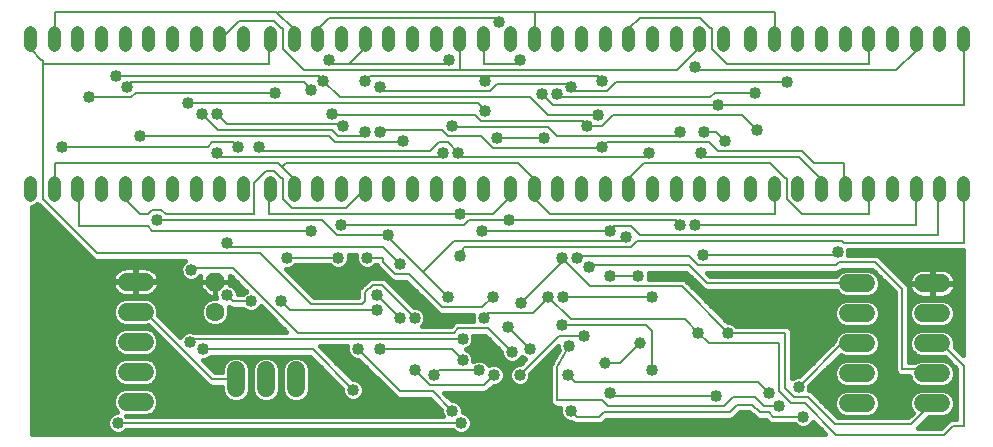
<source format=gbl>
G75*
G70*
%OFA0B0*%
%FSLAX24Y24*%
%IPPOS*%
%LPD*%
%AMOC8*
5,1,8,0,0,1.08239X$1,22.5*
%
%ADD10C,0.0436*%
%ADD11OC8,0.0630*%
%ADD12C,0.0630*%
%ADD13C,0.0600*%
%ADD14C,0.0160*%
%ADD15C,0.0396*%
%ADD16C,0.0080*%
%ADD17C,0.0400*%
D10*
X000933Y008611D02*
X000933Y009048D01*
X001720Y009048D02*
X001720Y008611D01*
X002508Y008611D02*
X002508Y009048D01*
X003295Y009048D02*
X003295Y008611D01*
X004083Y008611D02*
X004083Y009048D01*
X004870Y009048D02*
X004870Y008611D01*
X005657Y008611D02*
X005657Y009048D01*
X006445Y009048D02*
X006445Y008611D01*
X007232Y008611D02*
X007232Y009048D01*
X008020Y009048D02*
X008020Y008611D01*
X008933Y008611D02*
X008933Y009048D01*
X009720Y009048D02*
X009720Y008611D01*
X010508Y008611D02*
X010508Y009048D01*
X011295Y009048D02*
X011295Y008611D01*
X012083Y008611D02*
X012083Y009048D01*
X012870Y009048D02*
X012870Y008611D01*
X013657Y008611D02*
X013657Y009048D01*
X014445Y009048D02*
X014445Y008611D01*
X015232Y008611D02*
X015232Y009048D01*
X016020Y009048D02*
X016020Y008611D01*
X016933Y008611D02*
X016933Y009048D01*
X017720Y009048D02*
X017720Y008611D01*
X018508Y008611D02*
X018508Y009048D01*
X019295Y009048D02*
X019295Y008611D01*
X020083Y008611D02*
X020083Y009048D01*
X020870Y009048D02*
X020870Y008611D01*
X021657Y008611D02*
X021657Y009048D01*
X022445Y009048D02*
X022445Y008611D01*
X023232Y008611D02*
X023232Y009048D01*
X024020Y009048D02*
X024020Y008611D01*
X024933Y008611D02*
X024933Y009048D01*
X025720Y009048D02*
X025720Y008611D01*
X026508Y008611D02*
X026508Y009048D01*
X027295Y009048D02*
X027295Y008611D01*
X028083Y008611D02*
X028083Y009048D01*
X028870Y009048D02*
X028870Y008611D01*
X029657Y008611D02*
X029657Y009048D01*
X030445Y009048D02*
X030445Y008611D01*
X031232Y008611D02*
X031232Y009048D01*
X032020Y009048D02*
X032020Y008611D01*
X032020Y013611D02*
X032020Y014048D01*
X031232Y014048D02*
X031232Y013611D01*
X030445Y013611D02*
X030445Y014048D01*
X029657Y014048D02*
X029657Y013611D01*
X028870Y013611D02*
X028870Y014048D01*
X028083Y014048D02*
X028083Y013611D01*
X027295Y013611D02*
X027295Y014048D01*
X026508Y014048D02*
X026508Y013611D01*
X025720Y013611D02*
X025720Y014048D01*
X024933Y014048D02*
X024933Y013611D01*
X024020Y013611D02*
X024020Y014048D01*
X023232Y014048D02*
X023232Y013611D01*
X022445Y013611D02*
X022445Y014048D01*
X021657Y014048D02*
X021657Y013611D01*
X020870Y013611D02*
X020870Y014048D01*
X020083Y014048D02*
X020083Y013611D01*
X019295Y013611D02*
X019295Y014048D01*
X018508Y014048D02*
X018508Y013611D01*
X017720Y013611D02*
X017720Y014048D01*
X016933Y014048D02*
X016933Y013611D01*
X016020Y013611D02*
X016020Y014048D01*
X015232Y014048D02*
X015232Y013611D01*
X014445Y013611D02*
X014445Y014048D01*
X013657Y014048D02*
X013657Y013611D01*
X012870Y013611D02*
X012870Y014048D01*
X012083Y014048D02*
X012083Y013611D01*
X011295Y013611D02*
X011295Y014048D01*
X010508Y014048D02*
X010508Y013611D01*
X009720Y013611D02*
X009720Y014048D01*
X008933Y014048D02*
X008933Y013611D01*
X008020Y013611D02*
X008020Y014048D01*
X007232Y014048D02*
X007232Y013611D01*
X006445Y013611D02*
X006445Y014048D01*
X005657Y014048D02*
X005657Y013611D01*
X004870Y013611D02*
X004870Y014048D01*
X004083Y014048D02*
X004083Y013611D01*
X003295Y013611D02*
X003295Y014048D01*
X002508Y014048D02*
X002508Y013611D01*
X001720Y013611D02*
X001720Y014048D01*
X000933Y014048D02*
X000933Y013611D01*
D11*
X007100Y005730D03*
D12*
X007100Y004730D03*
D13*
X004750Y004730D02*
X004150Y004730D01*
X004150Y003730D02*
X004750Y003730D01*
X004750Y002730D02*
X004150Y002730D01*
X004150Y001730D02*
X004750Y001730D01*
X007800Y002180D02*
X007800Y002780D01*
X008800Y002780D02*
X008800Y002180D01*
X009800Y002180D02*
X009800Y002780D01*
X004750Y005730D02*
X004150Y005730D01*
X028200Y005680D02*
X028800Y005680D01*
X030700Y005680D02*
X031300Y005680D01*
X031300Y004680D02*
X030700Y004680D01*
X028800Y004680D02*
X028200Y004680D01*
X028200Y003680D02*
X028800Y003680D01*
X030700Y003680D02*
X031300Y003680D01*
X031300Y002680D02*
X030700Y002680D01*
X028800Y002680D02*
X028200Y002680D01*
X028200Y001680D02*
X028800Y001680D01*
X030700Y001680D02*
X031300Y001680D01*
D14*
X000980Y000660D02*
X000980Y008233D01*
X001008Y008233D01*
X001147Y008291D01*
X001173Y008317D01*
X001214Y008277D01*
X003014Y006477D01*
X003102Y006440D01*
X006108Y006440D01*
X006096Y006435D01*
X005995Y006334D01*
X005940Y006202D01*
X005940Y006058D01*
X005995Y005926D01*
X006096Y005825D01*
X006228Y005770D01*
X006372Y005770D01*
X006504Y005825D01*
X006605Y005926D01*
X006605Y005730D01*
X007100Y005730D01*
X007595Y005730D01*
X007595Y005935D01*
X007590Y005940D01*
X007601Y005940D01*
X008138Y005403D01*
X008096Y005385D01*
X008031Y005320D01*
X007860Y005320D01*
X007860Y005352D01*
X007805Y005484D01*
X007704Y005585D01*
X007595Y005630D01*
X007595Y005730D01*
X007100Y005730D01*
X007100Y005730D01*
X007100Y005235D01*
X007140Y005235D01*
X007140Y005208D01*
X007141Y005205D01*
X007006Y005205D01*
X006831Y005133D01*
X006697Y004999D01*
X006625Y004824D01*
X006625Y004636D01*
X006697Y004461D01*
X006831Y004327D01*
X007006Y004255D01*
X007194Y004255D01*
X007369Y004327D01*
X007503Y004461D01*
X007575Y004636D01*
X007575Y004824D01*
X007546Y004895D01*
X007564Y004877D01*
X007652Y004840D01*
X008031Y004840D01*
X008096Y004775D01*
X008228Y004720D01*
X008372Y004720D01*
X008504Y004775D01*
X008605Y004876D01*
X008623Y004918D01*
X009471Y004070D01*
X006370Y004070D01*
X006322Y004090D01*
X006178Y004090D01*
X006046Y004035D01*
X005945Y003934D01*
X005927Y003892D01*
X005201Y004618D01*
X005210Y004638D01*
X005210Y004821D01*
X005140Y004991D01*
X005011Y005120D01*
X004841Y005190D01*
X004058Y005190D01*
X003889Y005120D01*
X003760Y004991D01*
X003690Y004821D01*
X003690Y004638D01*
X003760Y004469D01*
X003889Y004340D01*
X004058Y004270D01*
X004841Y004270D01*
X004862Y004279D01*
X006864Y002277D01*
X006952Y002240D01*
X007340Y002240D01*
X007340Y002088D01*
X007410Y001919D01*
X007539Y001790D01*
X007708Y001720D01*
X007891Y001720D01*
X008061Y001790D01*
X008190Y001919D01*
X008260Y002088D01*
X008260Y002871D01*
X008190Y003041D01*
X008061Y003170D01*
X007891Y003240D01*
X007708Y003240D01*
X007539Y003170D01*
X007410Y003041D01*
X007340Y002871D01*
X007340Y002720D01*
X007099Y002720D01*
X006699Y003120D01*
X006772Y003120D01*
X006904Y003175D01*
X006969Y003240D01*
X010251Y003240D01*
X011340Y002151D01*
X011340Y002058D01*
X011395Y001926D01*
X011496Y001825D01*
X011628Y001770D01*
X011772Y001770D01*
X011904Y001825D01*
X012005Y001926D01*
X012060Y002058D01*
X012060Y002202D01*
X012005Y002334D01*
X011904Y002435D01*
X011772Y002490D01*
X011679Y002490D01*
X010579Y003590D01*
X011506Y003590D01*
X011490Y003552D01*
X011490Y003408D01*
X011545Y003276D01*
X011646Y003175D01*
X011778Y003120D01*
X011871Y003120D01*
X013114Y001877D01*
X013202Y001840D01*
X013298Y001840D01*
X014251Y001840D01*
X014640Y001451D01*
X014640Y001358D01*
X014677Y001270D01*
X004119Y001270D01*
X004841Y001270D01*
X005011Y001340D01*
X005140Y001469D01*
X005210Y001638D01*
X005210Y001821D01*
X005140Y001991D01*
X005011Y002120D01*
X004841Y002190D01*
X004058Y002190D01*
X003889Y002120D01*
X003760Y001991D01*
X003690Y001821D01*
X003690Y001638D01*
X003760Y001469D01*
X003839Y001390D01*
X003778Y001390D01*
X003646Y001335D01*
X003545Y001234D01*
X003490Y001102D01*
X003490Y000958D01*
X003545Y000826D01*
X003646Y000725D01*
X003778Y000670D01*
X003922Y000670D01*
X004054Y000725D01*
X004119Y000790D01*
X015031Y000790D01*
X015096Y000725D01*
X015228Y000670D01*
X015372Y000670D01*
X015504Y000725D01*
X015605Y000826D01*
X015660Y000958D01*
X015660Y001102D01*
X015605Y001234D01*
X015504Y001335D01*
X015372Y001390D01*
X015360Y001390D01*
X015360Y001502D01*
X015305Y001634D01*
X015204Y001735D01*
X015072Y001790D01*
X014979Y001790D01*
X014729Y002040D01*
X016098Y002040D01*
X016186Y002077D01*
X016379Y002270D01*
X016472Y002270D01*
X016604Y002325D01*
X016705Y002426D01*
X016760Y002558D01*
X016760Y002702D01*
X016705Y002834D01*
X016604Y002935D01*
X016472Y002990D01*
X016328Y002990D01*
X016221Y002946D01*
X016205Y002984D01*
X016104Y003085D01*
X015972Y003140D01*
X015828Y003140D01*
X015710Y003091D01*
X015710Y003202D01*
X015655Y003334D01*
X015554Y003435D01*
X015446Y003480D01*
X015554Y003525D01*
X015655Y003626D01*
X015710Y003758D01*
X015710Y003902D01*
X015694Y003940D01*
X016101Y003940D01*
X016640Y003401D01*
X016640Y003308D01*
X016695Y003176D01*
X016796Y003075D01*
X016928Y003020D01*
X017072Y003020D01*
X017204Y003075D01*
X017305Y003176D01*
X017331Y003239D01*
X017396Y003175D01*
X017438Y003157D01*
X017271Y002990D01*
X017178Y002990D01*
X017046Y002935D01*
X016945Y002834D01*
X016890Y002702D01*
X016890Y002558D01*
X016945Y002426D01*
X017046Y002325D01*
X017178Y002270D01*
X017322Y002270D01*
X017454Y002325D01*
X017555Y002426D01*
X017610Y002558D01*
X017610Y002651D01*
X018540Y003581D01*
X018540Y003508D01*
X018558Y003465D01*
X018308Y003027D01*
X018297Y003016D01*
X018284Y002986D01*
X018268Y002958D01*
X018266Y002942D01*
X018260Y002928D01*
X018260Y002895D01*
X018256Y002863D01*
X018260Y002848D01*
X018260Y001732D01*
X018297Y001644D01*
X018364Y001577D01*
X018452Y001540D01*
X018606Y001540D01*
X018590Y001502D01*
X018590Y001358D01*
X018645Y001226D01*
X018746Y001125D01*
X018878Y001070D01*
X018971Y001070D01*
X019014Y001027D01*
X019102Y000990D01*
X019948Y000990D01*
X020036Y001027D01*
X020103Y001094D01*
X020149Y001140D01*
X024298Y001140D01*
X024386Y001177D01*
X024453Y001244D01*
X024599Y001390D01*
X024901Y001390D01*
X025114Y001177D01*
X025202Y001140D01*
X025451Y001140D01*
X025564Y001027D01*
X025652Y000990D01*
X026431Y000990D01*
X026496Y000925D01*
X026628Y000870D01*
X026772Y000870D01*
X026904Y000925D01*
X027005Y001026D01*
X027023Y001068D01*
X027431Y000660D01*
X000980Y000660D01*
X000980Y000814D02*
X003557Y000814D01*
X003490Y000973D02*
X000980Y000973D01*
X000980Y001131D02*
X003502Y001131D01*
X003600Y001290D02*
X000980Y001290D01*
X000980Y001448D02*
X003781Y001448D01*
X003703Y001607D02*
X000980Y001607D01*
X000980Y001765D02*
X003690Y001765D01*
X003732Y001924D02*
X000980Y001924D01*
X000980Y002082D02*
X003851Y002082D01*
X003889Y002340D02*
X004058Y002270D01*
X004841Y002270D01*
X005011Y002340D01*
X005140Y002469D01*
X005210Y002638D01*
X005210Y002821D01*
X005140Y002991D01*
X005011Y003120D01*
X004841Y003190D01*
X004058Y003190D01*
X003889Y003120D01*
X003760Y002991D01*
X003690Y002821D01*
X003690Y002638D01*
X003760Y002469D01*
X003889Y002340D01*
X003830Y002399D02*
X000980Y002399D01*
X000980Y002241D02*
X006951Y002241D01*
X006742Y002399D02*
X005070Y002399D01*
X005176Y002558D02*
X006583Y002558D01*
X006425Y002716D02*
X005210Y002716D01*
X005188Y002875D02*
X006266Y002875D01*
X006108Y003033D02*
X005098Y003033D01*
X005011Y003340D02*
X004841Y003270D01*
X004058Y003270D01*
X003889Y003340D01*
X003760Y003469D01*
X003690Y003638D01*
X003690Y003821D01*
X003760Y003991D01*
X003889Y004120D01*
X004058Y004190D01*
X004841Y004190D01*
X005011Y004120D01*
X005140Y003991D01*
X005210Y003821D01*
X005210Y003638D01*
X005140Y003469D01*
X005011Y003340D01*
X005021Y003350D02*
X005791Y003350D01*
X005949Y003192D02*
X000980Y003192D01*
X000980Y003350D02*
X003879Y003350D01*
X003744Y003509D02*
X000980Y003509D01*
X000980Y003667D02*
X003690Y003667D01*
X003692Y003826D02*
X000980Y003826D01*
X000980Y003984D02*
X003757Y003984D01*
X003944Y004143D02*
X000980Y004143D01*
X000980Y004301D02*
X003984Y004301D01*
X003770Y004460D02*
X000980Y004460D01*
X000980Y004618D02*
X003698Y004618D01*
X003690Y004777D02*
X000980Y004777D01*
X000980Y004935D02*
X003737Y004935D01*
X003863Y005094D02*
X000980Y005094D01*
X000980Y005252D02*
X004100Y005252D01*
X004112Y005250D02*
X004430Y005250D01*
X004430Y005710D01*
X004470Y005710D01*
X004470Y005750D01*
X004430Y005750D01*
X004430Y006210D01*
X004112Y006210D01*
X004038Y006198D01*
X003966Y006175D01*
X003898Y006141D01*
X003837Y006096D01*
X003784Y006043D01*
X003739Y005982D01*
X003705Y005914D01*
X003682Y005842D01*
X003670Y005768D01*
X003670Y005750D01*
X004430Y005750D01*
X004430Y005710D01*
X003670Y005710D01*
X003670Y005692D01*
X003682Y005618D01*
X003705Y005546D01*
X003739Y005478D01*
X003784Y005417D01*
X003837Y005364D01*
X003898Y005319D01*
X003966Y005285D01*
X004038Y005262D01*
X004112Y005250D01*
X004430Y005252D02*
X004470Y005252D01*
X004470Y005250D02*
X004788Y005250D01*
X004862Y005262D01*
X004934Y005285D01*
X005002Y005319D01*
X005063Y005364D01*
X005116Y005417D01*
X005161Y005478D01*
X005195Y005546D01*
X005218Y005618D01*
X005230Y005692D01*
X005230Y005710D01*
X004470Y005710D01*
X004470Y005250D01*
X004470Y005411D02*
X004430Y005411D01*
X004430Y005569D02*
X004470Y005569D01*
X004470Y005728D02*
X006605Y005728D01*
X006605Y005730D02*
X006605Y005525D01*
X006895Y005235D01*
X007100Y005235D01*
X007100Y005730D01*
X007100Y005730D01*
X007100Y005730D01*
X006605Y005730D01*
X006605Y005886D02*
X006565Y005886D01*
X007100Y005728D02*
X007100Y005728D01*
X007100Y005569D02*
X007100Y005569D01*
X007100Y005411D02*
X007100Y005411D01*
X007100Y005252D02*
X007100Y005252D01*
X006878Y005252D02*
X004800Y005252D01*
X005037Y005094D02*
X006792Y005094D01*
X006671Y004935D02*
X005163Y004935D01*
X005210Y004777D02*
X006625Y004777D01*
X006632Y004618D02*
X005202Y004618D01*
X005360Y004460D02*
X006699Y004460D01*
X006894Y004301D02*
X005518Y004301D01*
X005677Y004143D02*
X009398Y004143D01*
X009240Y004301D02*
X007306Y004301D01*
X007501Y004460D02*
X009081Y004460D01*
X008923Y004618D02*
X007568Y004618D01*
X007575Y004777D02*
X008094Y004777D01*
X008506Y004777D02*
X008764Y004777D01*
X008130Y005411D02*
X007836Y005411D01*
X007720Y005569D02*
X007972Y005569D01*
X007813Y005728D02*
X007595Y005728D01*
X007595Y005886D02*
X007655Y005886D01*
X006719Y005411D02*
X005109Y005411D01*
X005202Y005569D02*
X006605Y005569D01*
X006035Y005886D02*
X005204Y005886D01*
X005195Y005914D02*
X005161Y005982D01*
X005116Y006043D01*
X005063Y006096D01*
X005002Y006141D01*
X004934Y006175D01*
X004862Y006198D01*
X004788Y006210D01*
X004470Y006210D01*
X004470Y005750D01*
X005230Y005750D01*
X005230Y005768D01*
X005218Y005842D01*
X005195Y005914D01*
X005114Y006045D02*
X005946Y006045D01*
X005941Y006203D02*
X004832Y006203D01*
X004470Y006203D02*
X004430Y006203D01*
X004430Y006045D02*
X004470Y006045D01*
X004470Y005886D02*
X004430Y005886D01*
X004430Y005728D02*
X000980Y005728D01*
X000980Y005886D02*
X003696Y005886D01*
X003786Y006045D02*
X000980Y006045D01*
X000980Y006203D02*
X004068Y006203D01*
X002971Y006520D02*
X000980Y006520D01*
X000980Y006362D02*
X006022Y006362D01*
X003791Y005411D02*
X000980Y005411D01*
X000980Y005569D02*
X003698Y005569D01*
X002812Y006679D02*
X000980Y006679D01*
X000980Y006837D02*
X002654Y006837D01*
X002495Y006996D02*
X000980Y006996D01*
X000980Y007154D02*
X002337Y007154D01*
X002178Y007313D02*
X000980Y007313D01*
X000980Y007471D02*
X002020Y007471D01*
X001861Y007630D02*
X000980Y007630D01*
X000980Y007788D02*
X001703Y007788D01*
X001544Y007947D02*
X000980Y007947D01*
X000980Y008105D02*
X001386Y008105D01*
X001227Y008264D02*
X001081Y008264D01*
X009449Y006170D02*
X009572Y006170D01*
X009704Y006225D01*
X009769Y006290D01*
X010931Y006290D01*
X010996Y006225D01*
X011128Y006170D01*
X011272Y006170D01*
X011404Y006225D01*
X011505Y006326D01*
X011560Y006458D01*
X011560Y006602D01*
X011544Y006640D01*
X011806Y006640D01*
X011790Y006602D01*
X011790Y006458D01*
X011845Y006326D01*
X011946Y006225D01*
X012078Y006170D01*
X012222Y006170D01*
X012354Y006225D01*
X012419Y006290D01*
X012478Y006290D01*
X012497Y006244D01*
X012897Y005844D01*
X012964Y005777D01*
X013052Y005740D01*
X013451Y005740D01*
X014447Y004744D01*
X014514Y004677D01*
X014602Y004640D01*
X015706Y004640D01*
X015690Y004602D01*
X015690Y004458D01*
X015706Y004420D01*
X015152Y004420D01*
X015064Y004383D01*
X014997Y004316D01*
X014951Y004270D01*
X013999Y004270D01*
X014055Y004326D01*
X014110Y004458D01*
X014110Y004602D01*
X014055Y004734D01*
X013954Y004835D01*
X013822Y004890D01*
X013729Y004890D01*
X012853Y005766D01*
X012786Y005833D01*
X012698Y005870D01*
X012302Y005870D01*
X012214Y005833D01*
X012147Y005766D01*
X011897Y005516D01*
X011860Y005428D01*
X011860Y005220D01*
X010399Y005220D01*
X009449Y006170D01*
X009575Y006045D02*
X012696Y006045D01*
X012538Y006203D02*
X012301Y006203D01*
X011999Y006203D02*
X011351Y006203D01*
X011520Y006362D02*
X011830Y006362D01*
X011790Y006520D02*
X011560Y006520D01*
X011049Y006203D02*
X009651Y006203D01*
X009733Y005886D02*
X012855Y005886D01*
X012892Y005728D02*
X013463Y005728D01*
X013622Y005569D02*
X013050Y005569D01*
X013209Y005411D02*
X013780Y005411D01*
X013939Y005252D02*
X013367Y005252D01*
X013526Y005094D02*
X014097Y005094D01*
X014256Y004935D02*
X013684Y004935D01*
X014013Y004777D02*
X014414Y004777D01*
X014103Y004618D02*
X015697Y004618D01*
X015690Y004460D02*
X014110Y004460D01*
X014030Y004301D02*
X014982Y004301D01*
X015710Y003826D02*
X016215Y003826D01*
X016374Y003667D02*
X015672Y003667D01*
X015515Y003509D02*
X016532Y003509D01*
X016640Y003350D02*
X015639Y003350D01*
X015710Y003192D02*
X016688Y003192D01*
X016897Y003033D02*
X016156Y003033D01*
X016665Y002875D02*
X016985Y002875D01*
X016896Y002716D02*
X016754Y002716D01*
X016760Y002558D02*
X016890Y002558D01*
X016972Y002399D02*
X016678Y002399D01*
X016350Y002241D02*
X018260Y002241D01*
X018260Y002399D02*
X017528Y002399D01*
X017610Y002558D02*
X018260Y002558D01*
X018260Y002716D02*
X017675Y002716D01*
X017834Y002875D02*
X018257Y002875D01*
X018311Y003033D02*
X017992Y003033D01*
X018151Y003192D02*
X018402Y003192D01*
X018492Y003350D02*
X018309Y003350D01*
X018468Y003509D02*
X018540Y003509D01*
X017379Y003192D02*
X017312Y003192D01*
X017314Y003033D02*
X017103Y003033D01*
X016191Y002082D02*
X018260Y002082D01*
X018260Y001924D02*
X014846Y001924D01*
X015132Y001765D02*
X018260Y001765D01*
X018334Y001607D02*
X015317Y001607D01*
X015360Y001448D02*
X018590Y001448D01*
X018619Y001290D02*
X015550Y001290D01*
X015648Y001131D02*
X018740Y001131D01*
X020140Y001131D02*
X025460Y001131D01*
X025001Y001290D02*
X024499Y001290D01*
X024453Y001244D02*
X024453Y001244D01*
X026448Y000973D02*
X015660Y000973D01*
X015593Y000814D02*
X027277Y000814D01*
X027118Y000973D02*
X026952Y000973D01*
X027621Y001448D02*
X027798Y001448D01*
X027810Y001419D02*
X027939Y001290D01*
X028108Y001220D01*
X028891Y001220D01*
X029061Y001290D01*
X029190Y001419D01*
X029260Y001588D01*
X029260Y001771D01*
X029190Y001941D01*
X029061Y002070D01*
X028891Y002140D01*
X028108Y002140D01*
X027939Y002070D01*
X027810Y001941D01*
X027740Y001771D01*
X027740Y001588D01*
X027810Y001419D01*
X027780Y001290D02*
X027941Y001290D01*
X027849Y001220D02*
X027053Y002016D01*
X026986Y002083D01*
X026898Y002120D01*
X026894Y002120D01*
X026910Y002158D01*
X026910Y002251D01*
X027947Y003287D01*
X028108Y003220D01*
X028891Y003220D01*
X029061Y003290D01*
X029190Y003419D01*
X029260Y003588D01*
X029260Y003771D01*
X029190Y003941D01*
X029061Y004070D01*
X028891Y004140D01*
X028108Y004140D01*
X027939Y004070D01*
X027810Y003941D01*
X027740Y003771D01*
X027740Y003759D01*
X026571Y002590D01*
X026478Y002590D01*
X026346Y002535D01*
X026340Y002529D01*
X026340Y004078D01*
X026303Y004166D01*
X026236Y004233D01*
X026148Y004270D01*
X024469Y004270D01*
X024404Y004335D01*
X024272Y004390D01*
X024179Y004390D01*
X022786Y005783D01*
X022698Y005820D01*
X021544Y005820D01*
X021560Y005858D01*
X021560Y006002D01*
X021544Y006040D01*
X022801Y006040D01*
X023297Y005544D01*
X023364Y005477D01*
X023452Y005440D01*
X027802Y005440D01*
X027810Y005419D01*
X027939Y005290D01*
X028108Y005220D01*
X028891Y005220D01*
X029061Y005290D01*
X029190Y005419D01*
X029260Y005588D01*
X029260Y005771D01*
X029190Y005941D01*
X029061Y006070D01*
X028891Y006140D01*
X028108Y006140D01*
X027939Y006070D01*
X027810Y005941D01*
X027802Y005920D01*
X023599Y005920D01*
X023479Y006040D01*
X027848Y006040D01*
X027936Y006077D01*
X027999Y006140D01*
X029001Y006140D01*
X029760Y005381D01*
X029760Y002782D01*
X029797Y002694D01*
X029864Y002627D01*
X029952Y002590D01*
X030240Y002590D01*
X030240Y002588D01*
X030310Y002419D01*
X030439Y002290D01*
X030608Y002220D01*
X031391Y002220D01*
X031561Y002290D01*
X031690Y002419D01*
X031760Y002588D01*
X031760Y002771D01*
X031690Y002941D01*
X031561Y003070D01*
X031391Y003140D01*
X030608Y003140D01*
X030440Y003070D01*
X030240Y003070D01*
X030240Y005528D01*
X030203Y005616D01*
X030136Y005683D01*
X029236Y006583D01*
X029148Y006620D01*
X028194Y006620D01*
X028210Y006658D01*
X028210Y006790D01*
X032040Y006790D01*
X032040Y003279D01*
X031751Y003568D01*
X031760Y003588D01*
X031760Y003771D01*
X031690Y003941D01*
X031561Y004070D01*
X031391Y004140D01*
X030608Y004140D01*
X030439Y004070D01*
X030310Y003941D01*
X030240Y003771D01*
X030240Y003588D01*
X030310Y003419D01*
X030439Y003290D01*
X030608Y003220D01*
X031391Y003220D01*
X031412Y003229D01*
X031810Y002831D01*
X031810Y001170D01*
X031652Y001170D01*
X031564Y001133D01*
X031301Y000870D01*
X030529Y000870D01*
X030879Y001220D01*
X031391Y001220D01*
X031561Y001290D01*
X031690Y001419D01*
X031760Y001588D01*
X031760Y001771D01*
X031690Y001941D01*
X031561Y002070D01*
X031391Y002140D01*
X030608Y002140D01*
X030439Y002070D01*
X030310Y001941D01*
X030240Y001771D01*
X030240Y001588D01*
X030310Y001419D01*
X030355Y001374D01*
X030201Y001220D01*
X027849Y001220D01*
X027740Y001607D02*
X027463Y001607D01*
X027304Y001765D02*
X027740Y001765D01*
X027803Y001924D02*
X027146Y001924D01*
X026987Y002082D02*
X027968Y002082D01*
X028059Y002241D02*
X026910Y002241D01*
X027058Y002399D02*
X027830Y002399D01*
X027810Y002419D02*
X027939Y002290D01*
X028108Y002220D01*
X028891Y002220D01*
X029061Y002290D01*
X029190Y002419D01*
X029260Y002588D01*
X029260Y002771D01*
X029190Y002941D01*
X029061Y003070D01*
X028891Y003140D01*
X028108Y003140D01*
X027939Y003070D01*
X027810Y002941D01*
X027740Y002771D01*
X027740Y002588D01*
X027810Y002419D01*
X027753Y002558D02*
X027217Y002558D01*
X027375Y002716D02*
X027740Y002716D01*
X027783Y002875D02*
X027534Y002875D01*
X027692Y003033D02*
X027902Y003033D01*
X027851Y003192D02*
X029760Y003192D01*
X029760Y003350D02*
X029121Y003350D01*
X029227Y003509D02*
X029760Y003509D01*
X029760Y003667D02*
X029260Y003667D01*
X029238Y003826D02*
X029760Y003826D01*
X029760Y003984D02*
X029147Y003984D01*
X029061Y004290D02*
X029190Y004419D01*
X029260Y004588D01*
X029260Y004771D01*
X029190Y004941D01*
X029061Y005070D01*
X028891Y005140D01*
X028108Y005140D01*
X027939Y005070D01*
X027810Y004941D01*
X027740Y004771D01*
X027740Y004588D01*
X027810Y004419D01*
X027939Y004290D01*
X028108Y004220D01*
X028891Y004220D01*
X029061Y004290D01*
X029072Y004301D02*
X029760Y004301D01*
X029760Y004460D02*
X029207Y004460D01*
X029260Y004618D02*
X029760Y004618D01*
X029760Y004777D02*
X029258Y004777D01*
X029192Y004935D02*
X029760Y004935D01*
X029760Y005094D02*
X029004Y005094D01*
X028969Y005252D02*
X029760Y005252D01*
X029730Y005411D02*
X029181Y005411D01*
X029252Y005569D02*
X029572Y005569D01*
X029413Y005728D02*
X029260Y005728D01*
X029255Y005886D02*
X029213Y005886D01*
X029096Y006045D02*
X029086Y006045D01*
X029616Y006203D02*
X032040Y006203D01*
X032040Y006045D02*
X031614Y006045D01*
X031613Y006046D02*
X031552Y006091D01*
X031484Y006125D01*
X031412Y006148D01*
X031338Y006160D01*
X031020Y006160D01*
X031020Y005700D01*
X030980Y005700D01*
X030980Y006160D01*
X030662Y006160D01*
X030588Y006148D01*
X030516Y006125D01*
X030448Y006091D01*
X030387Y006046D01*
X030334Y005993D01*
X030289Y005932D01*
X030255Y005864D01*
X030232Y005792D01*
X030220Y005718D01*
X030220Y005700D01*
X030980Y005700D01*
X030980Y005660D01*
X031020Y005660D01*
X031020Y005700D01*
X031780Y005700D01*
X031780Y005718D01*
X031768Y005792D01*
X031745Y005864D01*
X031711Y005932D01*
X031666Y005993D01*
X031613Y006046D01*
X031734Y005886D02*
X032040Y005886D01*
X032040Y005728D02*
X031778Y005728D01*
X031780Y005660D02*
X031020Y005660D01*
X031020Y005200D01*
X031338Y005200D01*
X031412Y005212D01*
X031484Y005235D01*
X031552Y005269D01*
X031613Y005314D01*
X031666Y005367D01*
X031711Y005428D01*
X031745Y005496D01*
X031768Y005568D01*
X031780Y005642D01*
X031780Y005660D01*
X031768Y005569D02*
X032040Y005569D01*
X032040Y005411D02*
X031698Y005411D01*
X031517Y005252D02*
X032040Y005252D01*
X032040Y005094D02*
X031504Y005094D01*
X031561Y005070D02*
X031391Y005140D01*
X030608Y005140D01*
X030439Y005070D01*
X030310Y004941D01*
X030240Y004771D01*
X030240Y004588D01*
X030310Y004419D01*
X030439Y004290D01*
X030608Y004220D01*
X031391Y004220D01*
X031561Y004290D01*
X031690Y004419D01*
X031760Y004588D01*
X031760Y004771D01*
X031690Y004941D01*
X031561Y005070D01*
X031692Y004935D02*
X032040Y004935D01*
X032040Y004777D02*
X031758Y004777D01*
X031760Y004618D02*
X032040Y004618D01*
X032040Y004460D02*
X031707Y004460D01*
X031572Y004301D02*
X032040Y004301D01*
X032040Y004143D02*
X030240Y004143D01*
X030240Y003984D02*
X030353Y003984D01*
X030262Y003826D02*
X030240Y003826D01*
X030240Y003667D02*
X030240Y003667D01*
X030240Y003509D02*
X030273Y003509D01*
X030240Y003350D02*
X030379Y003350D01*
X030240Y003192D02*
X031449Y003192D01*
X031598Y003033D02*
X031608Y003033D01*
X031717Y002875D02*
X031766Y002875D01*
X031760Y002716D02*
X031810Y002716D01*
X031810Y002558D02*
X031747Y002558D01*
X031810Y002399D02*
X031670Y002399D01*
X031810Y002241D02*
X031441Y002241D01*
X031532Y002082D02*
X031810Y002082D01*
X031810Y001924D02*
X031697Y001924D01*
X031760Y001765D02*
X031810Y001765D01*
X031810Y001607D02*
X031760Y001607D01*
X031810Y001448D02*
X031702Y001448D01*
X031810Y001290D02*
X031559Y001290D01*
X031562Y001131D02*
X030790Y001131D01*
X030632Y000973D02*
X031403Y000973D01*
X030270Y001290D02*
X029059Y001290D01*
X029202Y001448D02*
X030298Y001448D01*
X030240Y001607D02*
X029260Y001607D01*
X029260Y001765D02*
X030240Y001765D01*
X030303Y001924D02*
X029197Y001924D01*
X029032Y002082D02*
X030468Y002082D01*
X030559Y002241D02*
X028941Y002241D01*
X029170Y002399D02*
X030330Y002399D01*
X030253Y002558D02*
X029247Y002558D01*
X029260Y002716D02*
X029787Y002716D01*
X029760Y002875D02*
X029217Y002875D01*
X029098Y003033D02*
X029760Y003033D01*
X031760Y003667D02*
X032040Y003667D01*
X032040Y003509D02*
X031811Y003509D01*
X031969Y003350D02*
X032040Y003350D01*
X032040Y003826D02*
X031738Y003826D01*
X031647Y003984D02*
X032040Y003984D01*
X030428Y004301D02*
X030240Y004301D01*
X030240Y004460D02*
X030293Y004460D01*
X030240Y004618D02*
X030240Y004618D01*
X030240Y004777D02*
X030242Y004777D01*
X030240Y004935D02*
X030308Y004935D01*
X030240Y005094D02*
X030496Y005094D01*
X030516Y005235D02*
X030588Y005212D01*
X030662Y005200D01*
X030980Y005200D01*
X030980Y005660D01*
X030220Y005660D01*
X030220Y005642D01*
X030232Y005568D01*
X030255Y005496D01*
X030289Y005428D01*
X030334Y005367D01*
X030387Y005314D01*
X030448Y005269D01*
X030516Y005235D01*
X030483Y005252D02*
X030240Y005252D01*
X030240Y005411D02*
X030302Y005411D01*
X030232Y005569D02*
X030223Y005569D01*
X030222Y005728D02*
X030092Y005728D01*
X029933Y005886D02*
X030266Y005886D01*
X030386Y006045D02*
X029775Y006045D01*
X029458Y006362D02*
X032040Y006362D01*
X032040Y006520D02*
X029299Y006520D01*
X028210Y006679D02*
X032040Y006679D01*
X031020Y006045D02*
X030980Y006045D01*
X030980Y005886D02*
X031020Y005886D01*
X031020Y005728D02*
X030980Y005728D01*
X030980Y005569D02*
X031020Y005569D01*
X031020Y005411D02*
X030980Y005411D01*
X030980Y005252D02*
X031020Y005252D01*
X029760Y004143D02*
X026313Y004143D01*
X026340Y003984D02*
X027853Y003984D01*
X027762Y003826D02*
X026340Y003826D01*
X026340Y003667D02*
X027648Y003667D01*
X027489Y003509D02*
X026340Y003509D01*
X026340Y003350D02*
X027331Y003350D01*
X027172Y003192D02*
X026340Y003192D01*
X026340Y003033D02*
X027014Y003033D01*
X026855Y002875D02*
X026340Y002875D01*
X026340Y002716D02*
X026697Y002716D01*
X026400Y002558D02*
X026340Y002558D01*
X027928Y004301D02*
X024438Y004301D01*
X024110Y004460D02*
X027793Y004460D01*
X027740Y004618D02*
X023951Y004618D01*
X023793Y004777D02*
X027742Y004777D01*
X027808Y004935D02*
X023634Y004935D01*
X023476Y005094D02*
X027996Y005094D01*
X028031Y005252D02*
X023317Y005252D01*
X023159Y005411D02*
X027819Y005411D01*
X027859Y006045D02*
X027914Y006045D01*
X023272Y005569D02*
X023000Y005569D01*
X023113Y005728D02*
X022842Y005728D01*
X022955Y005886D02*
X021560Y005886D01*
X013067Y001924D02*
X012003Y001924D01*
X012060Y002082D02*
X012909Y002082D01*
X012750Y002241D02*
X012044Y002241D01*
X011940Y002399D02*
X012592Y002399D01*
X012433Y002558D02*
X011612Y002558D01*
X011453Y002716D02*
X012275Y002716D01*
X012116Y002875D02*
X011295Y002875D01*
X011136Y003033D02*
X011958Y003033D01*
X011629Y003192D02*
X010978Y003192D01*
X010819Y003350D02*
X011514Y003350D01*
X011490Y003509D02*
X010661Y003509D01*
X010299Y003192D02*
X010009Y003192D01*
X010061Y003170D02*
X009891Y003240D01*
X009708Y003240D01*
X009539Y003170D01*
X009410Y003041D01*
X009340Y002871D01*
X009340Y002088D01*
X009410Y001919D01*
X009539Y001790D01*
X009708Y001720D01*
X009891Y001720D01*
X010061Y001790D01*
X010190Y001919D01*
X010260Y002088D01*
X010260Y002871D01*
X010190Y003041D01*
X010061Y003170D01*
X010193Y003033D02*
X010458Y003033D01*
X010616Y002875D02*
X010259Y002875D01*
X010260Y002716D02*
X010775Y002716D01*
X010933Y002558D02*
X010260Y002558D01*
X010260Y002399D02*
X011092Y002399D01*
X011250Y002241D02*
X010260Y002241D01*
X010257Y002082D02*
X011340Y002082D01*
X011397Y001924D02*
X010192Y001924D01*
X010000Y001765D02*
X014326Y001765D01*
X014484Y001607D02*
X005197Y001607D01*
X005210Y001765D02*
X007600Y001765D01*
X007408Y001924D02*
X005168Y001924D01*
X005049Y002082D02*
X007343Y002082D01*
X008000Y001765D02*
X008600Y001765D01*
X008539Y001790D02*
X008708Y001720D01*
X008891Y001720D01*
X009061Y001790D01*
X009190Y001919D01*
X009260Y002088D01*
X009260Y002871D01*
X009190Y003041D01*
X009061Y003170D01*
X008891Y003240D01*
X008708Y003240D01*
X008539Y003170D01*
X008410Y003041D01*
X008340Y002871D01*
X008340Y002088D01*
X008410Y001919D01*
X008539Y001790D01*
X008408Y001924D02*
X008192Y001924D01*
X008257Y002082D02*
X008343Y002082D01*
X008340Y002241D02*
X008260Y002241D01*
X008260Y002399D02*
X008340Y002399D01*
X008340Y002558D02*
X008260Y002558D01*
X008260Y002716D02*
X008340Y002716D01*
X008341Y002875D02*
X008259Y002875D01*
X008193Y003033D02*
X008407Y003033D01*
X008591Y003192D02*
X008009Y003192D01*
X007591Y003192D02*
X006921Y003192D01*
X006786Y003033D02*
X007407Y003033D01*
X007341Y002875D02*
X006945Y002875D01*
X005632Y003509D02*
X005156Y003509D01*
X005210Y003667D02*
X005474Y003667D01*
X005315Y003826D02*
X005208Y003826D01*
X005157Y003984D02*
X005143Y003984D01*
X004998Y004143D02*
X004956Y004143D01*
X005835Y003984D02*
X005995Y003984D01*
X003802Y003033D02*
X000980Y003033D01*
X000980Y002875D02*
X003712Y002875D01*
X003690Y002716D02*
X000980Y002716D01*
X000980Y002558D02*
X003724Y002558D01*
X005119Y001448D02*
X014640Y001448D01*
X014669Y001290D02*
X004889Y001290D01*
X004119Y001270D02*
X004119Y001270D01*
X009000Y001765D02*
X009600Y001765D01*
X009408Y001924D02*
X009192Y001924D01*
X009257Y002082D02*
X009343Y002082D01*
X009340Y002241D02*
X009260Y002241D01*
X009260Y002399D02*
X009340Y002399D01*
X009340Y002558D02*
X009260Y002558D01*
X009260Y002716D02*
X009340Y002716D01*
X009341Y002875D02*
X009259Y002875D01*
X009193Y003033D02*
X009407Y003033D01*
X009591Y003192D02*
X009009Y003192D01*
X010367Y005252D02*
X011860Y005252D01*
X011860Y005411D02*
X010209Y005411D01*
X010050Y005569D02*
X011950Y005569D01*
X012108Y005728D02*
X009892Y005728D01*
D15*
X011450Y005530D03*
X008600Y004380D03*
X014750Y004480D03*
X020100Y003030D03*
X021250Y003680D03*
X024750Y001130D03*
D16*
X024250Y001380D02*
X020050Y001380D01*
X019900Y001230D01*
X019150Y001230D01*
X018950Y001430D01*
X018500Y001780D02*
X020000Y001780D01*
X020200Y001580D01*
X024050Y001580D01*
X024350Y001880D01*
X025100Y001880D01*
X025400Y001580D01*
X025900Y001580D01*
X026300Y001680D02*
X025900Y002080D01*
X025900Y003680D01*
X023550Y003680D01*
X023200Y004030D01*
X022750Y004480D01*
X018950Y004480D01*
X018200Y005230D01*
X018200Y005180D01*
X017700Y004680D01*
X016200Y004680D01*
X016050Y004530D01*
X016000Y004880D02*
X014650Y004880D01*
X013550Y005980D01*
X013100Y005980D01*
X012700Y006380D01*
X012700Y006530D01*
X012150Y006530D01*
X012700Y006880D02*
X013250Y006330D01*
X014025Y006055D02*
X015050Y007080D01*
X020650Y007080D01*
X020800Y007230D01*
X020950Y006880D02*
X021150Y007080D01*
X028000Y007080D01*
X028050Y007030D01*
X032050Y007030D01*
X032050Y008780D01*
X032020Y008830D01*
X031232Y008830D02*
X031200Y008780D01*
X031200Y007280D01*
X021250Y007280D01*
X020950Y007580D01*
X020400Y007580D01*
X020250Y007430D01*
X016000Y007430D01*
X015550Y007780D02*
X015400Y007630D01*
X011300Y007630D01*
X011150Y007280D02*
X012850Y007280D01*
X012850Y007230D01*
X014025Y006055D01*
X014850Y005230D01*
X016000Y004880D02*
X016350Y005230D01*
X017300Y005030D02*
X018700Y006430D01*
X018650Y006530D01*
X019600Y005580D01*
X022650Y005580D01*
X024200Y004030D01*
X026100Y004030D01*
X026100Y002180D01*
X026400Y001880D01*
X026850Y001880D01*
X027750Y000980D01*
X030300Y000980D01*
X031000Y001680D01*
X031700Y000930D02*
X031400Y000630D01*
X027800Y000630D01*
X026750Y001680D01*
X026300Y001680D01*
X026700Y001230D02*
X025700Y001230D01*
X025550Y001380D01*
X025250Y001380D01*
X025000Y001630D01*
X024500Y001630D01*
X024250Y001380D01*
X023800Y001930D02*
X020350Y001930D01*
X020250Y002030D01*
X019100Y002380D02*
X025200Y002380D01*
X025550Y002030D01*
X026550Y002230D02*
X028000Y003680D01*
X028500Y003680D01*
X030000Y002830D02*
X030850Y002830D01*
X031000Y002680D01*
X030000Y002830D02*
X030000Y005480D01*
X029100Y006380D01*
X027900Y006380D01*
X027800Y006280D01*
X023200Y006280D01*
X022900Y006580D01*
X019200Y006580D01*
X019150Y006530D01*
X019550Y006230D02*
X019600Y006280D01*
X022900Y006280D01*
X023500Y005680D01*
X028500Y005680D01*
X027750Y006630D02*
X023350Y006630D01*
X023100Y007630D02*
X030450Y007630D01*
X030450Y008780D01*
X030445Y008830D01*
X028900Y008780D02*
X028870Y008830D01*
X028900Y008780D02*
X028900Y007980D01*
X026650Y007980D01*
X026150Y008480D01*
X026150Y009180D01*
X026100Y009180D01*
X025600Y009680D01*
X021400Y009680D01*
X020900Y009180D01*
X020900Y008830D01*
X020870Y008830D01*
X021400Y009880D02*
X015350Y009880D01*
X015200Y010030D01*
X014850Y010380D01*
X014550Y010380D01*
X014250Y010080D01*
X008700Y010080D01*
X008550Y010230D01*
X007850Y010230D02*
X007700Y010380D01*
X007000Y010380D01*
X006850Y010230D01*
X002000Y010230D01*
X001750Y009680D02*
X009200Y009680D01*
X009325Y009555D01*
X009450Y009680D01*
X017200Y009680D01*
X017700Y009180D01*
X017700Y008830D01*
X017720Y008830D01*
X017750Y008780D01*
X017750Y008480D01*
X018250Y007980D01*
X025750Y007980D01*
X025750Y008780D01*
X025720Y008830D01*
X026550Y009880D02*
X027250Y009180D01*
X027250Y008830D01*
X027295Y008830D01*
X028050Y008830D02*
X028083Y008830D01*
X028050Y008830D02*
X028050Y009680D01*
X027050Y009680D01*
X026650Y010080D01*
X023850Y010080D01*
X023550Y010380D01*
X020150Y010380D01*
X020000Y010230D01*
X019950Y010180D01*
X016350Y010180D01*
X015950Y010580D01*
X014850Y010580D01*
X014650Y010780D01*
X012650Y010780D01*
X012600Y010730D01*
X012100Y010730D02*
X011950Y010580D01*
X011200Y010580D01*
X011000Y010780D01*
X007200Y010780D01*
X006650Y011330D01*
X007150Y011330D02*
X007500Y010980D01*
X011300Y010980D01*
X011350Y010930D01*
X011050Y011280D02*
X015750Y011280D01*
X015950Y011080D01*
X019350Y011080D01*
X019500Y010930D01*
X020000Y010930D01*
X020350Y011280D01*
X024650Y011280D01*
X025150Y010780D01*
X024100Y010430D02*
X023800Y010730D01*
X023400Y010730D01*
X022600Y010730D02*
X022450Y010580D01*
X018500Y010580D01*
X018200Y010880D01*
X015050Y010880D01*
X015000Y010930D01*
X015850Y011680D02*
X016100Y011430D01*
X015850Y011680D02*
X006200Y011680D01*
X004450Y012030D02*
X004300Y011880D01*
X002900Y011880D01*
X003800Y012580D02*
X010550Y012580D01*
X010700Y012430D01*
X011250Y011880D01*
X017600Y011880D01*
X018200Y011280D01*
X019850Y011280D01*
X018600Y011880D02*
X023600Y011880D01*
X023750Y012030D01*
X025100Y012030D01*
X026150Y012380D02*
X020450Y012380D01*
X020150Y012080D01*
X019100Y012080D01*
X018950Y012230D01*
X018850Y012330D01*
X016500Y012330D01*
X016250Y012080D01*
X012750Y012080D01*
X012600Y012230D01*
X012250Y012580D02*
X012100Y012430D01*
X012250Y012580D02*
X015950Y012580D01*
X016100Y012430D01*
X016000Y012580D01*
X019850Y012580D01*
X020000Y012430D01*
X018600Y011880D02*
X018500Y011980D01*
X018350Y011630D02*
X018000Y011980D01*
X018350Y011630D02*
X023850Y011630D01*
X032050Y011630D01*
X032050Y013780D01*
X032020Y013830D01*
X030450Y013780D02*
X030450Y013430D01*
X029800Y012780D01*
X023200Y012780D01*
X023100Y012880D01*
X023200Y013480D02*
X022500Y012780D01*
X015250Y012780D01*
X010050Y012780D01*
X009350Y013480D01*
X009350Y014180D01*
X009300Y014180D01*
X009050Y014430D01*
X007900Y014430D01*
X007300Y013830D01*
X007250Y013830D01*
X007232Y013830D01*
X008900Y013780D02*
X008933Y013830D01*
X008900Y013780D02*
X008900Y012980D01*
X001350Y012980D01*
X001350Y008480D01*
X003150Y006680D01*
X008600Y006680D01*
X010300Y004980D01*
X012000Y004980D01*
X012100Y005080D01*
X012100Y005380D01*
X012350Y005630D01*
X012650Y005630D01*
X013750Y004530D01*
X013250Y004530D02*
X012500Y005280D01*
X012500Y004780D02*
X009600Y004780D01*
X009300Y005080D01*
X008300Y005080D02*
X007700Y005080D01*
X007500Y005280D01*
X006350Y006180D02*
X006300Y006130D01*
X006350Y006180D02*
X007700Y006180D01*
X009850Y004030D01*
X015050Y004030D01*
X015200Y004180D01*
X016200Y004180D01*
X017000Y003380D01*
X017600Y003480D02*
X016850Y004230D01*
X015350Y003830D02*
X006350Y003830D01*
X006250Y003730D01*
X006700Y003480D02*
X010350Y003480D01*
X011700Y002130D01*
X011850Y003480D02*
X013250Y002080D01*
X014350Y002080D01*
X015000Y001430D01*
X015300Y001030D02*
X003850Y001030D01*
X007000Y002480D02*
X007800Y002480D01*
X007000Y002480D02*
X004950Y004530D01*
X004650Y004530D01*
X004450Y004730D01*
X007500Y007030D02*
X007650Y006880D01*
X012700Y006880D01*
X011200Y006530D02*
X009500Y006530D01*
X010650Y007780D02*
X011150Y007280D01*
X010650Y007780D02*
X005150Y007780D01*
X004850Y007580D02*
X005000Y007430D01*
X010300Y007430D01*
X008900Y007980D02*
X015250Y007980D01*
X016350Y007980D01*
X016900Y008530D01*
X016900Y008780D01*
X016933Y008830D01*
X016900Y007780D02*
X015550Y007780D01*
X016900Y007780D02*
X022450Y007780D01*
X022600Y007630D01*
X020950Y006880D02*
X015400Y006880D01*
X015250Y006580D01*
X018700Y005230D02*
X021650Y005230D01*
X021200Y005930D02*
X020250Y005930D01*
X021450Y004280D02*
X018650Y004280D01*
X018550Y003930D02*
X019400Y003930D01*
X018900Y003580D02*
X018500Y002880D01*
X018500Y001780D01*
X019100Y002380D02*
X018850Y002630D01*
X020100Y003030D02*
X020600Y003030D01*
X021250Y003680D01*
X021650Y004080D02*
X021450Y004280D01*
X021650Y004080D02*
X021650Y002780D01*
X018550Y003930D02*
X017250Y002630D01*
X016400Y002630D02*
X016050Y002280D01*
X014250Y002280D01*
X013750Y002780D01*
X014400Y002630D02*
X014550Y002780D01*
X015900Y002780D01*
X015350Y003130D02*
X015000Y003480D01*
X012600Y003480D01*
X004850Y007580D02*
X002550Y007580D01*
X002550Y008780D01*
X002508Y008830D01*
X001750Y008830D02*
X001720Y008830D01*
X001750Y008830D02*
X001750Y009680D01*
X004083Y008830D02*
X004100Y008780D01*
X004100Y008480D01*
X004600Y007980D01*
X004850Y007980D01*
X005000Y008130D01*
X005300Y008130D01*
X005450Y007980D01*
X008400Y007980D01*
X008400Y009030D01*
X008800Y009430D01*
X009050Y009430D01*
X009300Y009180D01*
X009350Y009180D01*
X009350Y008480D01*
X009650Y008180D01*
X011450Y008180D01*
X012050Y008780D01*
X012083Y008830D01*
X009720Y008830D02*
X009700Y008830D01*
X009700Y009180D01*
X009325Y009555D01*
X008933Y008830D02*
X008900Y008780D01*
X008900Y007980D01*
X007300Y009880D02*
X014550Y009880D01*
X014700Y010030D01*
X013350Y010430D02*
X013300Y010380D01*
X011100Y010380D01*
X010900Y010580D01*
X004600Y010580D01*
X007150Y010030D02*
X007300Y009880D01*
X011000Y011330D02*
X011050Y011280D01*
X010300Y012130D02*
X010050Y012380D01*
X004300Y012380D01*
X004150Y012230D01*
X004450Y012030D02*
X009100Y012030D01*
X010900Y013130D02*
X011050Y012980D01*
X011550Y012980D01*
X011575Y013005D01*
X011600Y012980D01*
X014750Y012980D01*
X014900Y013130D01*
X015250Y012780D02*
X015250Y013780D01*
X015232Y013830D01*
X016020Y013830D02*
X016050Y013780D01*
X016050Y012980D01*
X017100Y012980D01*
X017250Y013130D01*
X017720Y013830D02*
X017750Y013830D01*
X017750Y014730D01*
X025750Y014730D01*
X025750Y013830D01*
X025720Y013830D01*
X024150Y012980D02*
X023650Y013480D01*
X023650Y014180D01*
X023600Y014180D01*
X023250Y014530D01*
X021250Y014530D01*
X020900Y014180D01*
X020900Y013830D01*
X020870Y013830D01*
X023200Y013780D02*
X023200Y013480D01*
X023200Y013780D02*
X023232Y013830D01*
X024150Y012980D02*
X028900Y012980D01*
X028900Y013780D01*
X028870Y013830D01*
X030445Y013830D02*
X030450Y013780D01*
X023450Y009880D02*
X023300Y010030D01*
X023450Y009880D02*
X026550Y009880D01*
X021550Y010030D02*
X021400Y009880D01*
X018050Y010530D02*
X016500Y010530D01*
X012050Y013480D02*
X011575Y013005D01*
X012050Y013480D02*
X012050Y013780D01*
X012083Y013830D01*
X010900Y014530D02*
X010550Y014180D01*
X010550Y013830D01*
X010508Y013830D01*
X009720Y013830D02*
X009700Y013830D01*
X009700Y014180D01*
X009175Y014705D01*
X009200Y014730D01*
X017750Y014730D01*
X016550Y014380D02*
X016400Y014530D01*
X010900Y014530D01*
X009175Y014705D02*
X009150Y014730D01*
X001750Y014730D01*
X001750Y013830D01*
X001720Y013830D01*
X000950Y013780D02*
X000950Y013480D01*
X001300Y013130D01*
X001350Y013130D01*
X001350Y012980D01*
X000950Y013780D02*
X000933Y013830D01*
X027750Y006630D02*
X027850Y006730D01*
X031000Y003680D02*
X031200Y003480D01*
X031500Y003480D01*
X032050Y002930D01*
X032050Y000930D01*
X031700Y000930D01*
D17*
X026700Y001230D03*
X025900Y001580D03*
X025550Y002030D03*
X026550Y002230D03*
X023800Y001930D03*
X021650Y002780D03*
X020250Y002030D03*
X018950Y001430D03*
X018850Y002630D03*
X017600Y003480D03*
X017000Y003380D03*
X015900Y002780D03*
X016400Y002630D03*
X017250Y002630D03*
X018900Y003580D03*
X019400Y003930D03*
X018650Y004280D03*
X017300Y005030D03*
X016350Y005230D03*
X016050Y004530D03*
X016850Y004230D03*
X015350Y003830D03*
X015350Y003130D03*
X014400Y002630D03*
X013750Y002780D03*
X012600Y003480D03*
X011850Y003480D03*
X013250Y004530D03*
X013750Y004530D03*
X012500Y004780D03*
X012500Y005280D03*
X013250Y006330D03*
X012150Y006530D03*
X011200Y006530D03*
X009500Y006530D03*
X010300Y007430D03*
X011300Y007630D03*
X012850Y007280D03*
X015250Y006580D03*
X016000Y007430D03*
X015250Y007980D03*
X016900Y007780D03*
X018650Y006530D03*
X019150Y006530D03*
X019550Y006230D03*
X020250Y005930D03*
X021200Y005930D03*
X021650Y005230D03*
X023200Y004030D03*
X024200Y004030D03*
X023350Y006630D03*
X023100Y007630D03*
X022600Y007630D03*
X020800Y007230D03*
X020250Y007430D03*
X018700Y005230D03*
X018200Y005230D03*
X014850Y005230D03*
X009300Y005080D03*
X008300Y005080D03*
X007500Y005280D03*
X006300Y006130D03*
X007500Y007030D03*
X005150Y007780D03*
X007150Y010030D03*
X007850Y010230D03*
X008550Y010230D03*
X007150Y011330D03*
X006650Y011330D03*
X006200Y011680D03*
X004150Y012230D03*
X003800Y012580D03*
X002900Y011880D03*
X004600Y010580D03*
X002000Y010230D03*
X009100Y012030D03*
X010300Y012130D03*
X010700Y012430D03*
X010900Y013130D03*
X012100Y012430D03*
X012600Y012230D03*
X011000Y011330D03*
X011350Y010930D03*
X012100Y010730D03*
X012600Y010730D03*
X013350Y010430D03*
X014700Y010030D03*
X015200Y010030D03*
X016500Y010530D03*
X018050Y010530D03*
X019500Y010930D03*
X019850Y011280D03*
X018500Y011980D03*
X018000Y011980D03*
X018950Y012230D03*
X020000Y012430D03*
X017250Y013130D03*
X016100Y012430D03*
X014900Y013130D03*
X016550Y014380D03*
X016100Y011430D03*
X015000Y010930D03*
X020000Y010230D03*
X021550Y010030D03*
X022600Y010730D03*
X023400Y010730D03*
X024100Y010430D03*
X023300Y010030D03*
X025150Y010780D03*
X023850Y011630D03*
X025100Y012030D03*
X026150Y012380D03*
X023100Y012880D03*
X027850Y006730D03*
X015300Y001030D03*
X015000Y001430D03*
X011700Y002130D03*
X006700Y003480D03*
X006250Y003730D03*
X003850Y001030D03*
M02*

</source>
